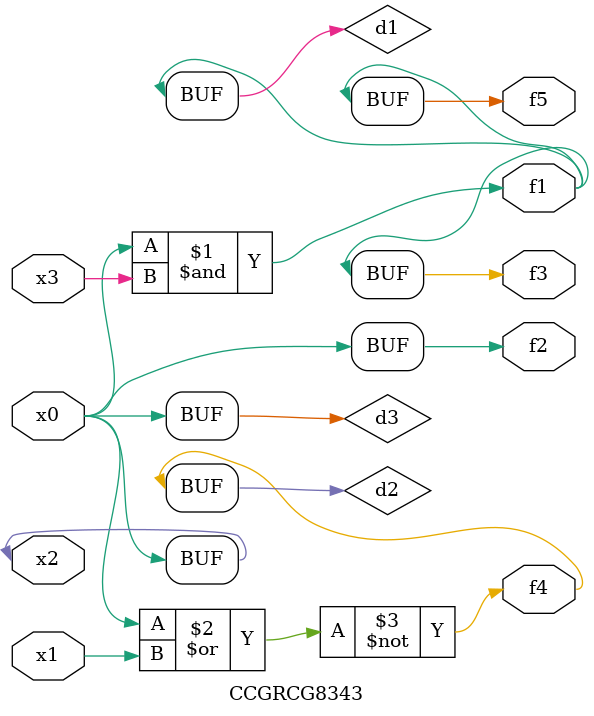
<source format=v>
module CCGRCG8343(
	input x0, x1, x2, x3,
	output f1, f2, f3, f4, f5
);

	wire d1, d2, d3;

	and (d1, x2, x3);
	nor (d2, x0, x1);
	buf (d3, x0, x2);
	assign f1 = d1;
	assign f2 = d3;
	assign f3 = d1;
	assign f4 = d2;
	assign f5 = d1;
endmodule

</source>
